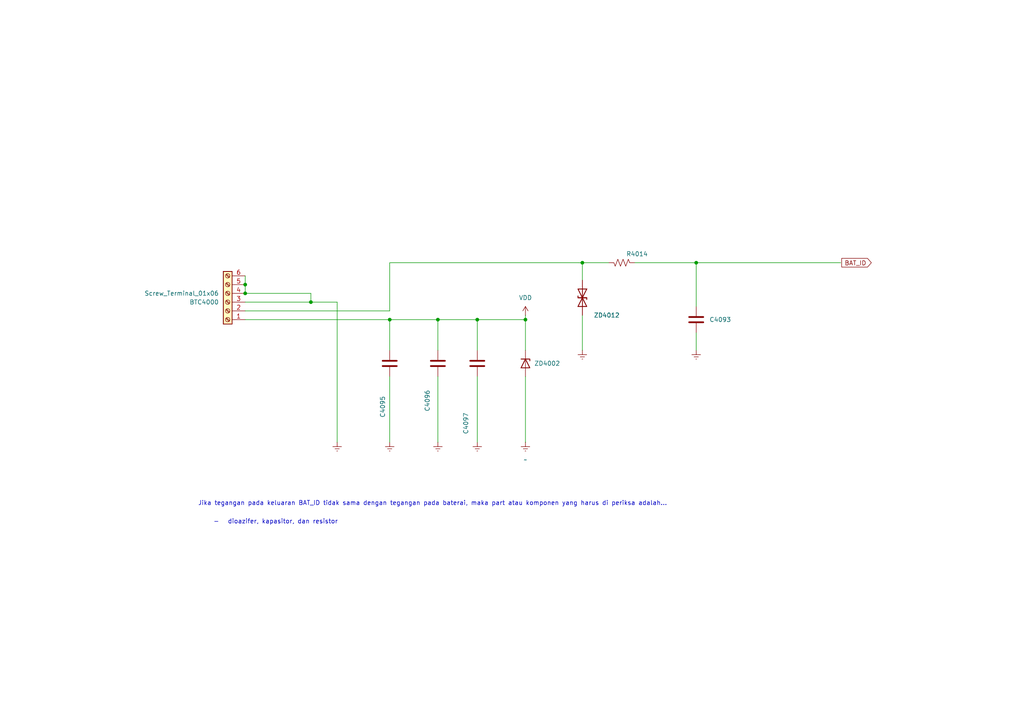
<source format=kicad_sch>
(kicad_sch
	(version 20250114)
	(generator "eeschema")
	(generator_version "9.0")
	(uuid "127788ab-d845-4ef0-b82c-31025dadc1a2")
	(paper "A4")
	(lib_symbols
		(symbol "Connector:Screw_Terminal_01x06"
			(pin_names
				(offset 1.016)
				(hide yes)
			)
			(exclude_from_sim no)
			(in_bom yes)
			(on_board yes)
			(property "Reference" "J"
				(at 0 7.62 0)
				(effects
					(font
						(size 1.27 1.27)
					)
				)
			)
			(property "Value" "Screw_Terminal_01x06"
				(at 0 -10.16 0)
				(effects
					(font
						(size 1.27 1.27)
					)
				)
			)
			(property "Footprint" ""
				(at 0 0 0)
				(effects
					(font
						(size 1.27 1.27)
					)
					(hide yes)
				)
			)
			(property "Datasheet" "~"
				(at 0 0 0)
				(effects
					(font
						(size 1.27 1.27)
					)
					(hide yes)
				)
			)
			(property "Description" "Generic screw terminal, single row, 01x06, script generated (kicad-library-utils/schlib/autogen/connector/)"
				(at 0 0 0)
				(effects
					(font
						(size 1.27 1.27)
					)
					(hide yes)
				)
			)
			(property "ki_keywords" "screw terminal"
				(at 0 0 0)
				(effects
					(font
						(size 1.27 1.27)
					)
					(hide yes)
				)
			)
			(property "ki_fp_filters" "TerminalBlock*:*"
				(at 0 0 0)
				(effects
					(font
						(size 1.27 1.27)
					)
					(hide yes)
				)
			)
			(symbol "Screw_Terminal_01x06_1_1"
				(rectangle
					(start -1.27 6.35)
					(end 1.27 -8.89)
					(stroke
						(width 0.254)
						(type default)
					)
					(fill
						(type background)
					)
				)
				(polyline
					(pts
						(xy -0.5334 5.4102) (xy 0.3302 4.572)
					)
					(stroke
						(width 0.1524)
						(type default)
					)
					(fill
						(type none)
					)
				)
				(polyline
					(pts
						(xy -0.5334 2.8702) (xy 0.3302 2.032)
					)
					(stroke
						(width 0.1524)
						(type default)
					)
					(fill
						(type none)
					)
				)
				(polyline
					(pts
						(xy -0.5334 0.3302) (xy 0.3302 -0.508)
					)
					(stroke
						(width 0.1524)
						(type default)
					)
					(fill
						(type none)
					)
				)
				(polyline
					(pts
						(xy -0.5334 -2.2098) (xy 0.3302 -3.048)
					)
					(stroke
						(width 0.1524)
						(type default)
					)
					(fill
						(type none)
					)
				)
				(polyline
					(pts
						(xy -0.5334 -4.7498) (xy 0.3302 -5.588)
					)
					(stroke
						(width 0.1524)
						(type default)
					)
					(fill
						(type none)
					)
				)
				(polyline
					(pts
						(xy -0.5334 -7.2898) (xy 0.3302 -8.128)
					)
					(stroke
						(width 0.1524)
						(type default)
					)
					(fill
						(type none)
					)
				)
				(polyline
					(pts
						(xy -0.3556 5.588) (xy 0.508 4.7498)
					)
					(stroke
						(width 0.1524)
						(type default)
					)
					(fill
						(type none)
					)
				)
				(polyline
					(pts
						(xy -0.3556 3.048) (xy 0.508 2.2098)
					)
					(stroke
						(width 0.1524)
						(type default)
					)
					(fill
						(type none)
					)
				)
				(polyline
					(pts
						(xy -0.3556 0.508) (xy 0.508 -0.3302)
					)
					(stroke
						(width 0.1524)
						(type default)
					)
					(fill
						(type none)
					)
				)
				(polyline
					(pts
						(xy -0.3556 -2.032) (xy 0.508 -2.8702)
					)
					(stroke
						(width 0.1524)
						(type default)
					)
					(fill
						(type none)
					)
				)
				(polyline
					(pts
						(xy -0.3556 -4.572) (xy 0.508 -5.4102)
					)
					(stroke
						(width 0.1524)
						(type default)
					)
					(fill
						(type none)
					)
				)
				(polyline
					(pts
						(xy -0.3556 -7.112) (xy 0.508 -7.9502)
					)
					(stroke
						(width 0.1524)
						(type default)
					)
					(fill
						(type none)
					)
				)
				(circle
					(center 0 5.08)
					(radius 0.635)
					(stroke
						(width 0.1524)
						(type default)
					)
					(fill
						(type none)
					)
				)
				(circle
					(center 0 2.54)
					(radius 0.635)
					(stroke
						(width 0.1524)
						(type default)
					)
					(fill
						(type none)
					)
				)
				(circle
					(center 0 0)
					(radius 0.635)
					(stroke
						(width 0.1524)
						(type default)
					)
					(fill
						(type none)
					)
				)
				(circle
					(center 0 -2.54)
					(radius 0.635)
					(stroke
						(width 0.1524)
						(type default)
					)
					(fill
						(type none)
					)
				)
				(circle
					(center 0 -5.08)
					(radius 0.635)
					(stroke
						(width 0.1524)
						(type default)
					)
					(fill
						(type none)
					)
				)
				(circle
					(center 0 -7.62)
					(radius 0.635)
					(stroke
						(width 0.1524)
						(type default)
					)
					(fill
						(type none)
					)
				)
				(pin passive line
					(at -5.08 5.08 0)
					(length 3.81)
					(name "Pin_1"
						(effects
							(font
								(size 1.27 1.27)
							)
						)
					)
					(number "1"
						(effects
							(font
								(size 1.27 1.27)
							)
						)
					)
				)
				(pin passive line
					(at -5.08 2.54 0)
					(length 3.81)
					(name "Pin_2"
						(effects
							(font
								(size 1.27 1.27)
							)
						)
					)
					(number "2"
						(effects
							(font
								(size 1.27 1.27)
							)
						)
					)
				)
				(pin passive line
					(at -5.08 0 0)
					(length 3.81)
					(name "Pin_3"
						(effects
							(font
								(size 1.27 1.27)
							)
						)
					)
					(number "3"
						(effects
							(font
								(size 1.27 1.27)
							)
						)
					)
				)
				(pin passive line
					(at -5.08 -2.54 0)
					(length 3.81)
					(name "Pin_4"
						(effects
							(font
								(size 1.27 1.27)
							)
						)
					)
					(number "4"
						(effects
							(font
								(size 1.27 1.27)
							)
						)
					)
				)
				(pin passive line
					(at -5.08 -5.08 0)
					(length 3.81)
					(name "Pin_5"
						(effects
							(font
								(size 1.27 1.27)
							)
						)
					)
					(number "5"
						(effects
							(font
								(size 1.27 1.27)
							)
						)
					)
				)
				(pin passive line
					(at -5.08 -7.62 0)
					(length 3.81)
					(name "Pin_6"
						(effects
							(font
								(size 1.27 1.27)
							)
						)
					)
					(number "6"
						(effects
							(font
								(size 1.27 1.27)
							)
						)
					)
				)
			)
			(embedded_fonts no)
		)
		(symbol "Device:C"
			(pin_numbers
				(hide yes)
			)
			(pin_names
				(offset 0.254)
			)
			(exclude_from_sim no)
			(in_bom yes)
			(on_board yes)
			(property "Reference" "C"
				(at 0.635 2.54 0)
				(effects
					(font
						(size 1.27 1.27)
					)
					(justify left)
				)
			)
			(property "Value" "C"
				(at 0.635 -2.54 0)
				(effects
					(font
						(size 1.27 1.27)
					)
					(justify left)
				)
			)
			(property "Footprint" ""
				(at 0.9652 -3.81 0)
				(effects
					(font
						(size 1.27 1.27)
					)
					(hide yes)
				)
			)
			(property "Datasheet" "~"
				(at 0 0 0)
				(effects
					(font
						(size 1.27 1.27)
					)
					(hide yes)
				)
			)
			(property "Description" "Unpolarized capacitor"
				(at 0 0 0)
				(effects
					(font
						(size 1.27 1.27)
					)
					(hide yes)
				)
			)
			(property "ki_keywords" "cap capacitor"
				(at 0 0 0)
				(effects
					(font
						(size 1.27 1.27)
					)
					(hide yes)
				)
			)
			(property "ki_fp_filters" "C_*"
				(at 0 0 0)
				(effects
					(font
						(size 1.27 1.27)
					)
					(hide yes)
				)
			)
			(symbol "C_0_1"
				(polyline
					(pts
						(xy -2.032 0.762) (xy 2.032 0.762)
					)
					(stroke
						(width 0.508)
						(type default)
					)
					(fill
						(type none)
					)
				)
				(polyline
					(pts
						(xy -2.032 -0.762) (xy 2.032 -0.762)
					)
					(stroke
						(width 0.508)
						(type default)
					)
					(fill
						(type none)
					)
				)
			)
			(symbol "C_1_1"
				(pin passive line
					(at 0 3.81 270)
					(length 2.794)
					(name "~"
						(effects
							(font
								(size 1.27 1.27)
							)
						)
					)
					(number "1"
						(effects
							(font
								(size 1.27 1.27)
							)
						)
					)
				)
				(pin passive line
					(at 0 -3.81 90)
					(length 2.794)
					(name "~"
						(effects
							(font
								(size 1.27 1.27)
							)
						)
					)
					(number "2"
						(effects
							(font
								(size 1.27 1.27)
							)
						)
					)
				)
			)
			(embedded_fonts no)
		)
		(symbol "Device:R_US"
			(pin_numbers
				(hide yes)
			)
			(pin_names
				(offset 0)
			)
			(exclude_from_sim no)
			(in_bom yes)
			(on_board yes)
			(property "Reference" "R"
				(at 2.54 0 90)
				(effects
					(font
						(size 1.27 1.27)
					)
				)
			)
			(property "Value" "R_US"
				(at -2.54 0 90)
				(effects
					(font
						(size 1.27 1.27)
					)
				)
			)
			(property "Footprint" ""
				(at 1.016 -0.254 90)
				(effects
					(font
						(size 1.27 1.27)
					)
					(hide yes)
				)
			)
			(property "Datasheet" "~"
				(at 0 0 0)
				(effects
					(font
						(size 1.27 1.27)
					)
					(hide yes)
				)
			)
			(property "Description" "Resistor, US symbol"
				(at 0 0 0)
				(effects
					(font
						(size 1.27 1.27)
					)
					(hide yes)
				)
			)
			(property "ki_keywords" "R res resistor"
				(at 0 0 0)
				(effects
					(font
						(size 1.27 1.27)
					)
					(hide yes)
				)
			)
			(property "ki_fp_filters" "R_*"
				(at 0 0 0)
				(effects
					(font
						(size 1.27 1.27)
					)
					(hide yes)
				)
			)
			(symbol "R_US_0_1"
				(polyline
					(pts
						(xy 0 2.286) (xy 0 2.54)
					)
					(stroke
						(width 0)
						(type default)
					)
					(fill
						(type none)
					)
				)
				(polyline
					(pts
						(xy 0 2.286) (xy 1.016 1.905) (xy 0 1.524) (xy -1.016 1.143) (xy 0 0.762)
					)
					(stroke
						(width 0)
						(type default)
					)
					(fill
						(type none)
					)
				)
				(polyline
					(pts
						(xy 0 0.762) (xy 1.016 0.381) (xy 0 0) (xy -1.016 -0.381) (xy 0 -0.762)
					)
					(stroke
						(width 0)
						(type default)
					)
					(fill
						(type none)
					)
				)
				(polyline
					(pts
						(xy 0 -0.762) (xy 1.016 -1.143) (xy 0 -1.524) (xy -1.016 -1.905) (xy 0 -2.286)
					)
					(stroke
						(width 0)
						(type default)
					)
					(fill
						(type none)
					)
				)
				(polyline
					(pts
						(xy 0 -2.286) (xy 0 -2.54)
					)
					(stroke
						(width 0)
						(type default)
					)
					(fill
						(type none)
					)
				)
			)
			(symbol "R_US_1_1"
				(pin passive line
					(at 0 3.81 270)
					(length 1.27)
					(name "~"
						(effects
							(font
								(size 1.27 1.27)
							)
						)
					)
					(number "1"
						(effects
							(font
								(size 1.27 1.27)
							)
						)
					)
				)
				(pin passive line
					(at 0 -3.81 90)
					(length 1.27)
					(name "~"
						(effects
							(font
								(size 1.27 1.27)
							)
						)
					)
					(number "2"
						(effects
							(font
								(size 1.27 1.27)
							)
						)
					)
				)
			)
			(embedded_fonts no)
		)
		(symbol "Diode:BZD27Cxx"
			(pin_numbers
				(hide yes)
			)
			(pin_names
				(hide yes)
			)
			(exclude_from_sim no)
			(in_bom yes)
			(on_board yes)
			(property "Reference" "D"
				(at 0 2.54 0)
				(effects
					(font
						(size 1.27 1.27)
					)
				)
			)
			(property "Value" "BZD27Cxx"
				(at 0 -2.54 0)
				(effects
					(font
						(size 1.27 1.27)
					)
				)
			)
			(property "Footprint" "Diode_SMD:D_SMF"
				(at 0 -4.445 0)
				(effects
					(font
						(size 1.27 1.27)
					)
					(hide yes)
				)
			)
			(property "Datasheet" "https://www.vishay.com/docs/85153/bzd27series.pdf"
				(at 0 0 0)
				(effects
					(font
						(size 1.27 1.27)
					)
					(hide yes)
				)
			)
			(property "Description" "800mW Zener Diode, 3.6-200V, SMF"
				(at 0 0 0)
				(effects
					(font
						(size 1.27 1.27)
					)
					(hide yes)
				)
			)
			(property "ki_keywords" "zener diode"
				(at 0 0 0)
				(effects
					(font
						(size 1.27 1.27)
					)
					(hide yes)
				)
			)
			(property "ki_fp_filters" "D*SMF*"
				(at 0 0 0)
				(effects
					(font
						(size 1.27 1.27)
					)
					(hide yes)
				)
			)
			(symbol "BZD27Cxx_0_1"
				(polyline
					(pts
						(xy -1.27 -1.27) (xy -1.27 1.27) (xy -0.762 1.27)
					)
					(stroke
						(width 0.254)
						(type default)
					)
					(fill
						(type none)
					)
				)
				(polyline
					(pts
						(xy 1.27 0) (xy -1.27 0)
					)
					(stroke
						(width 0)
						(type default)
					)
					(fill
						(type none)
					)
				)
				(polyline
					(pts
						(xy 1.27 -1.27) (xy 1.27 1.27) (xy -1.27 0) (xy 1.27 -1.27)
					)
					(stroke
						(width 0.254)
						(type default)
					)
					(fill
						(type none)
					)
				)
			)
			(symbol "BZD27Cxx_1_1"
				(pin passive line
					(at -3.81 0 0)
					(length 2.54)
					(name "K"
						(effects
							(font
								(size 1.27 1.27)
							)
						)
					)
					(number "1"
						(effects
							(font
								(size 1.27 1.27)
							)
						)
					)
				)
				(pin passive line
					(at 3.81 0 180)
					(length 2.54)
					(name "A"
						(effects
							(font
								(size 1.27 1.27)
							)
						)
					)
					(number "2"
						(effects
							(font
								(size 1.27 1.27)
							)
						)
					)
				)
			)
			(embedded_fonts no)
		)
		(symbol "power:Earth"
			(power)
			(pin_numbers
				(hide yes)
			)
			(pin_names
				(offset 0)
				(hide yes)
			)
			(exclude_from_sim no)
			(in_bom yes)
			(on_board yes)
			(property "Reference" "#PWR"
				(at 0 -6.35 0)
				(effects
					(font
						(size 1.27 1.27)
					)
					(hide yes)
				)
			)
			(property "Value" "Earth"
				(at 0 -3.81 0)
				(effects
					(font
						(size 1.27 1.27)
					)
				)
			)
			(property "Footprint" ""
				(at 0 0 0)
				(effects
					(font
						(size 1.27 1.27)
					)
					(hide yes)
				)
			)
			(property "Datasheet" "~"
				(at 0 0 0)
				(effects
					(font
						(size 1.27 1.27)
					)
					(hide yes)
				)
			)
			(property "Description" "Power symbol creates a global label with name \"Earth\""
				(at 0 0 0)
				(effects
					(font
						(size 1.27 1.27)
					)
					(hide yes)
				)
			)
			(property "ki_keywords" "global ground gnd"
				(at 0 0 0)
				(effects
					(font
						(size 1.27 1.27)
					)
					(hide yes)
				)
			)
			(symbol "Earth_0_1"
				(polyline
					(pts
						(xy -0.635 -1.905) (xy 0.635 -1.905)
					)
					(stroke
						(width 0)
						(type default)
					)
					(fill
						(type none)
					)
				)
				(polyline
					(pts
						(xy -0.127 -2.54) (xy 0.127 -2.54)
					)
					(stroke
						(width 0)
						(type default)
					)
					(fill
						(type none)
					)
				)
				(polyline
					(pts
						(xy 0 -1.27) (xy 0 0)
					)
					(stroke
						(width 0)
						(type default)
					)
					(fill
						(type none)
					)
				)
				(polyline
					(pts
						(xy 1.27 -1.27) (xy -1.27 -1.27)
					)
					(stroke
						(width 0)
						(type default)
					)
					(fill
						(type none)
					)
				)
			)
			(symbol "Earth_1_1"
				(pin power_in line
					(at 0 0 270)
					(length 0)
					(name "~"
						(effects
							(font
								(size 1.27 1.27)
							)
						)
					)
					(number "1"
						(effects
							(font
								(size 1.27 1.27)
							)
						)
					)
				)
			)
			(embedded_fonts no)
		)
		(symbol "power:VDD"
			(power)
			(pin_numbers
				(hide yes)
			)
			(pin_names
				(offset 0)
				(hide yes)
			)
			(exclude_from_sim no)
			(in_bom yes)
			(on_board yes)
			(property "Reference" "#PWR"
				(at 0 -3.81 0)
				(effects
					(font
						(size 1.27 1.27)
					)
					(hide yes)
				)
			)
			(property "Value" "VDD"
				(at 0 3.556 0)
				(effects
					(font
						(size 1.27 1.27)
					)
				)
			)
			(property "Footprint" ""
				(at 0 0 0)
				(effects
					(font
						(size 1.27 1.27)
					)
					(hide yes)
				)
			)
			(property "Datasheet" ""
				(at 0 0 0)
				(effects
					(font
						(size 1.27 1.27)
					)
					(hide yes)
				)
			)
			(property "Description" "Power symbol creates a global label with name \"VDD\""
				(at 0 0 0)
				(effects
					(font
						(size 1.27 1.27)
					)
					(hide yes)
				)
			)
			(property "ki_keywords" "global power"
				(at 0 0 0)
				(effects
					(font
						(size 1.27 1.27)
					)
					(hide yes)
				)
			)
			(symbol "VDD_0_1"
				(polyline
					(pts
						(xy -0.762 1.27) (xy 0 2.54)
					)
					(stroke
						(width 0)
						(type default)
					)
					(fill
						(type none)
					)
				)
				(polyline
					(pts
						(xy 0 2.54) (xy 0.762 1.27)
					)
					(stroke
						(width 0)
						(type default)
					)
					(fill
						(type none)
					)
				)
				(polyline
					(pts
						(xy 0 0) (xy 0 2.54)
					)
					(stroke
						(width 0)
						(type default)
					)
					(fill
						(type none)
					)
				)
			)
			(symbol "VDD_1_1"
				(pin power_in line
					(at 0 0 90)
					(length 0)
					(name "~"
						(effects
							(font
								(size 1.27 1.27)
							)
						)
					)
					(number "1"
						(effects
							(font
								(size 1.27 1.27)
							)
						)
					)
				)
			)
			(embedded_fonts no)
		)
	)
	(text "-"
		(exclude_from_sim no)
		(at 62.738 151.384 0)
		(effects
			(font
				(size 1.27 1.27)
			)
		)
		(uuid "0c371c5a-95cc-479a-8aca-278d152b0e4a")
	)
	(text "dioazifer, kapasitor, dan resistor"
		(exclude_from_sim no)
		(at 82.042 151.384 0)
		(effects
			(font
				(size 1.27 1.27)
			)
		)
		(uuid "24ee488f-8265-4c8d-a8b4-e2ef754299d2")
	)
	(text "Jika tegangan pada keluaran BAT_ID tidak sama dengan tegangan pada baterai, maka part atau komponen yang harus di periksa adalah..."
		(exclude_from_sim no)
		(at 125.476 146.05 0)
		(effects
			(font
				(size 1.27 1.27)
			)
		)
		(uuid "cd3b0d63-fa7e-4942-9d51-645a70184dbe")
	)
	(junction
		(at 71.12 85.09)
		(diameter 0)
		(color 0 0 0 0)
		(uuid "02975ac6-e543-4445-941d-0d1ff9349755")
	)
	(junction
		(at 201.93 76.2)
		(diameter 0)
		(color 0 0 0 0)
		(uuid "09535eaf-abcc-410f-ba70-c99f9419a491")
	)
	(junction
		(at 152.4 92.71)
		(diameter 0)
		(color 0 0 0 0)
		(uuid "286fceed-1b8e-463c-a983-e56aca28c92b")
	)
	(junction
		(at 71.12 82.55)
		(diameter 0)
		(color 0 0 0 0)
		(uuid "2ef7206b-17d9-41d7-9d14-cea9091b3598")
	)
	(junction
		(at 168.91 76.2)
		(diameter 0)
		(color 0 0 0 0)
		(uuid "5d9ecc6c-dfde-4ac2-b8c2-69690dc6c51f")
	)
	(junction
		(at 138.43 92.71)
		(diameter 0)
		(color 0 0 0 0)
		(uuid "7c303f68-568e-4e62-9da3-34432c395c87")
	)
	(junction
		(at 90.17 87.63)
		(diameter 0)
		(color 0 0 0 0)
		(uuid "824d845c-e4d9-4233-9ec3-1bee31cf0bb6")
	)
	(junction
		(at 127 92.71)
		(diameter 0)
		(color 0 0 0 0)
		(uuid "9742381b-1a71-4b02-a8c9-7794a5884789")
	)
	(junction
		(at 113.03 92.71)
		(diameter 0)
		(color 0 0 0 0)
		(uuid "c4839593-770b-46ca-869b-ac1c834f3a12")
	)
	(wire
		(pts
			(xy 201.93 96.52) (xy 201.93 101.6)
		)
		(stroke
			(width 0)
			(type default)
		)
		(uuid "046203f7-eb8d-44c0-a6dc-dff57ee5a49e")
	)
	(wire
		(pts
			(xy 113.03 76.2) (xy 113.03 90.17)
		)
		(stroke
			(width 0)
			(type default)
		)
		(uuid "04c74173-ade5-45d5-9ffd-f4e1c9982604")
	)
	(wire
		(pts
			(xy 168.91 76.2) (xy 113.03 76.2)
		)
		(stroke
			(width 0)
			(type default)
		)
		(uuid "04dbe357-cc64-46d7-adf2-b674f144ada4")
	)
	(wire
		(pts
			(xy 152.4 92.71) (xy 152.4 91.44)
		)
		(stroke
			(width 0)
			(type default)
		)
		(uuid "07578ff3-b923-42f8-9715-64a07b9e0d8a")
	)
	(wire
		(pts
			(xy 168.91 76.2) (xy 168.91 81.28)
		)
		(stroke
			(width 0)
			(type default)
		)
		(uuid "34632bad-a468-4452-8a2c-1727178b86ea")
	)
	(wire
		(pts
			(xy 71.12 90.17) (xy 113.03 90.17)
		)
		(stroke
			(width 0)
			(type default)
		)
		(uuid "3d126f44-b1c0-4538-a5b4-2b8354700f64")
	)
	(wire
		(pts
			(xy 71.12 80.01) (xy 71.12 82.55)
		)
		(stroke
			(width 0)
			(type default)
		)
		(uuid "50de927a-e27c-4ef8-9f56-75cfd84b7ad9")
	)
	(wire
		(pts
			(xy 152.4 109.22) (xy 152.4 128.27)
		)
		(stroke
			(width 0)
			(type default)
		)
		(uuid "63be6a05-847b-484b-ba78-bca7ed8785a8")
	)
	(wire
		(pts
			(xy 127 101.6) (xy 127 92.71)
		)
		(stroke
			(width 0)
			(type default)
		)
		(uuid "66558b28-b3c7-4c91-b4ba-2009b24ebc03")
	)
	(wire
		(pts
			(xy 113.03 92.71) (xy 127 92.71)
		)
		(stroke
			(width 0)
			(type default)
		)
		(uuid "7402e393-5497-43cd-83e9-03e5d34341a2")
	)
	(wire
		(pts
			(xy 184.15 76.2) (xy 201.93 76.2)
		)
		(stroke
			(width 0)
			(type default)
		)
		(uuid "76a6c4d5-d2a9-4f12-a1ca-c32ede00c265")
	)
	(wire
		(pts
			(xy 127 92.71) (xy 138.43 92.71)
		)
		(stroke
			(width 0)
			(type default)
		)
		(uuid "7d4f06f7-ed15-4837-853f-d72b0e7e5ea0")
	)
	(wire
		(pts
			(xy 201.93 76.2) (xy 243.84 76.2)
		)
		(stroke
			(width 0)
			(type default)
		)
		(uuid "80851d9e-f818-4a20-8b68-6ec908cc99ca")
	)
	(wire
		(pts
			(xy 201.93 76.2) (xy 201.93 88.9)
		)
		(stroke
			(width 0)
			(type default)
		)
		(uuid "8921ce4a-6dfa-47c3-9c0a-69666534d39c")
	)
	(wire
		(pts
			(xy 138.43 92.71) (xy 152.4 92.71)
		)
		(stroke
			(width 0)
			(type default)
		)
		(uuid "89f007f5-b156-4837-ab17-1ed84458d123")
	)
	(wire
		(pts
			(xy 152.4 92.71) (xy 152.4 101.6)
		)
		(stroke
			(width 0)
			(type default)
		)
		(uuid "a0ab7eb4-028c-4c8b-b896-6b71b330e140")
	)
	(wire
		(pts
			(xy 97.79 87.63) (xy 97.79 128.27)
		)
		(stroke
			(width 0)
			(type default)
		)
		(uuid "a3f88444-5f00-4311-acea-0c3c12783673")
	)
	(wire
		(pts
			(xy 176.53 76.2) (xy 168.91 76.2)
		)
		(stroke
			(width 0)
			(type default)
		)
		(uuid "a53e65f9-696f-426c-9ac8-e2b5e9900dc8")
	)
	(wire
		(pts
			(xy 71.12 87.63) (xy 90.17 87.63)
		)
		(stroke
			(width 0)
			(type default)
		)
		(uuid "b8567dfa-b818-4bcc-8e7a-10c6ff82763b")
	)
	(wire
		(pts
			(xy 71.12 85.09) (xy 90.17 85.09)
		)
		(stroke
			(width 0)
			(type default)
		)
		(uuid "c13e09b0-8835-484c-b290-1c4754ba3cb0")
	)
	(wire
		(pts
			(xy 138.43 92.71) (xy 138.43 101.6)
		)
		(stroke
			(width 0)
			(type default)
		)
		(uuid "c4846fcf-60b7-4ea4-a7ba-d2140d281784")
	)
	(wire
		(pts
			(xy 90.17 85.09) (xy 90.17 87.63)
		)
		(stroke
			(width 0)
			(type default)
		)
		(uuid "cf3e05de-292a-433f-9a6f-74b9f338fc70")
	)
	(wire
		(pts
			(xy 71.12 92.71) (xy 113.03 92.71)
		)
		(stroke
			(width 0)
			(type default)
		)
		(uuid "d4abce39-920b-4d32-a803-f6889bc4a804")
	)
	(wire
		(pts
			(xy 113.03 101.6) (xy 113.03 92.71)
		)
		(stroke
			(width 0)
			(type default)
		)
		(uuid "d85dc499-470f-45c8-8235-ed1438f9fbb1")
	)
	(wire
		(pts
			(xy 71.12 82.55) (xy 71.12 85.09)
		)
		(stroke
			(width 0)
			(type default)
		)
		(uuid "d9c30220-94c5-4296-bae4-50819d0f8ad4")
	)
	(wire
		(pts
			(xy 127 109.22) (xy 127 128.27)
		)
		(stroke
			(width 0)
			(type default)
		)
		(uuid "dabbc1ce-833e-4d58-9585-df093c4f1b76")
	)
	(wire
		(pts
			(xy 113.03 109.22) (xy 113.03 128.27)
		)
		(stroke
			(width 0)
			(type default)
		)
		(uuid "e3a6f4c6-248c-494f-9215-907c385ef694")
	)
	(wire
		(pts
			(xy 168.91 91.44) (xy 168.91 101.6)
		)
		(stroke
			(width 0)
			(type default)
		)
		(uuid "ebb6463c-3090-47bf-b728-cc166fdaef85")
	)
	(wire
		(pts
			(xy 90.17 87.63) (xy 97.79 87.63)
		)
		(stroke
			(width 0)
			(type default)
		)
		(uuid "ec416acf-a7ea-4cd3-8f5e-e0498eab08b6")
	)
	(wire
		(pts
			(xy 138.43 109.22) (xy 138.43 128.27)
		)
		(stroke
			(width 0)
			(type default)
		)
		(uuid "f0dbe42b-9641-4f3c-a77f-69058e1ab511")
	)
	(global_label "BAT_ID"
		(shape input)
		(at 252.73 76.2 180)
		(fields_autoplaced yes)
		(effects
			(font
				(size 1.27 1.27)
			)
			(justify right)
		)
		(uuid "5e20070d-73b3-4f48-91cc-1d19f29bdc8e")
		(property "Intersheetrefs" "${INTERSHEET_REFS}"
			(at 243.5762 76.2 0)
			(effects
				(font
					(size 1.27 1.27)
				)
				(justify right)
				(hide yes)
			)
		)
	)
	(symbol
		(lib_id "Device:C")
		(at 138.43 105.41 0)
		(mirror x)
		(unit 1)
		(exclude_from_sim no)
		(in_bom yes)
		(on_board yes)
		(dnp no)
		(uuid "05b4047a-1c7f-4fb4-90bc-ef6a683da98e")
		(property "Reference" "C4097"
			(at 135.128 119.634 90)
			(effects
				(font
					(size 1.27 1.27)
				)
				(justify left)
			)
		)
		(property "Value" "C"
			(at 142.24 104.1401 0)
			(effects
				(font
					(size 1.27 1.27)
				)
				(justify left)
				(hide yes)
			)
		)
		(property "Footprint" ""
			(at 139.3952 101.6 0)
			(effects
				(font
					(size 1.27 1.27)
				)
				(hide yes)
			)
		)
		(property "Datasheet" "~"
			(at 138.43 105.41 0)
			(effects
				(font
					(size 1.27 1.27)
				)
				(hide yes)
			)
		)
		(property "Description" "Unpolarized capacitor"
			(at 138.43 105.41 0)
			(effects
				(font
					(size 1.27 1.27)
				)
				(hide yes)
			)
		)
		(pin "1"
			(uuid "17164e0c-d14a-4a8e-8868-5cdf9e697b15")
		)
		(pin "2"
			(uuid "3bf21c2c-faf0-41ea-aab5-88ef60ce07ea")
		)
		(instances
			(project ""
				(path "/127788ab-d845-4ef0-b82c-31025dadc1a2"
					(reference "C4097")
					(unit 1)
				)
			)
		)
	)
	(symbol
		(lib_id "power:Earth")
		(at 97.79 128.27 0)
		(unit 1)
		(exclude_from_sim no)
		(in_bom yes)
		(on_board yes)
		(dnp no)
		(fields_autoplaced yes)
		(uuid "0e04a96f-280e-40fc-a7ef-985012bad9c1")
		(property "Reference" "#PWR01"
			(at 97.79 134.62 0)
			(effects
				(font
					(size 1.27 1.27)
				)
				(hide yes)
			)
		)
		(property "Value" "~"
			(at 97.79 133.35 0)
			(effects
				(font
					(size 1.27 1.27)
				)
				(hide yes)
			)
		)
		(property "Footprint" ""
			(at 97.79 128.27 0)
			(effects
				(font
					(size 1.27 1.27)
				)
				(hide yes)
			)
		)
		(property "Datasheet" "~"
			(at 97.79 128.27 0)
			(effects
				(font
					(size 1.27 1.27)
				)
				(hide yes)
			)
		)
		(property "Description" "Power symbol creates a global label with name \"Earth\""
			(at 97.79 128.27 0)
			(effects
				(font
					(size 1.27 1.27)
				)
				(hide yes)
			)
		)
		(pin "1"
			(uuid "a5a4eb48-fa98-4ea9-a2ef-b409ef0123c3")
		)
		(instances
			(project ""
				(path "/127788ab-d845-4ef0-b82c-31025dadc1a2"
					(reference "#PWR01")
					(unit 1)
				)
			)
		)
	)
	(symbol
		(lib_id "power:Earth")
		(at 201.93 101.6 0)
		(unit 1)
		(exclude_from_sim no)
		(in_bom yes)
		(on_board yes)
		(dnp no)
		(fields_autoplaced yes)
		(uuid "2f0117b2-80b7-42e3-a551-662363c49853")
		(property "Reference" "#PWR08"
			(at 201.93 107.95 0)
			(effects
				(font
					(size 1.27 1.27)
				)
				(hide yes)
			)
		)
		(property "Value" "~"
			(at 201.93 106.68 0)
			(effects
				(font
					(size 1.27 1.27)
				)
				(hide yes)
			)
		)
		(property "Footprint" ""
			(at 201.93 101.6 0)
			(effects
				(font
					(size 1.27 1.27)
				)
				(hide yes)
			)
		)
		(property "Datasheet" "~"
			(at 201.93 101.6 0)
			(effects
				(font
					(size 1.27 1.27)
				)
				(hide yes)
			)
		)
		(property "Description" "Power symbol creates a global label with name \"Earth\""
			(at 201.93 101.6 0)
			(effects
				(font
					(size 1.27 1.27)
				)
				(hide yes)
			)
		)
		(pin "1"
			(uuid "e2d9d431-eeef-484e-a8ed-0d742936b82f")
		)
		(instances
			(project ""
				(path "/127788ab-d845-4ef0-b82c-31025dadc1a2"
					(reference "#PWR08")
					(unit 1)
				)
			)
		)
	)
	(symbol
		(lib_id "Diode:BZD27Cxx")
		(at 168.91 85.09 90)
		(unit 1)
		(exclude_from_sim no)
		(in_bom yes)
		(on_board yes)
		(dnp no)
		(uuid "547fa847-63ad-48b3-a2f0-f6ea1d818e79")
		(property "Reference" "D2"
			(at 172.72 80.264 90)
			(effects
				(font
					(size 1.27 1.27)
				)
				(justify right)
				(hide yes)
			)
		)
		(property "Value" "BZD27Cxx"
			(at 172.72 82.55 90)
			(effects
				(font
					(size 1.27 1.27)
				)
				(justify right)
				(hide yes)
			)
		)
		(property "Footprint" "Diode_SMD:D_SMF"
			(at 173.355 85.09 0)
			(effects
				(font
					(size 1.27 1.27)
				)
				(hide yes)
			)
		)
		(property "Datasheet" "https://www.vishay.com/docs/85153/bzd27series.pdf"
			(at 168.91 85.09 0)
			(effects
				(font
					(size 1.27 1.27)
				)
				(hide yes)
			)
		)
		(property "Description" "800mW Zener Diode, 3.6-200V, SMF"
			(at 168.91 85.09 0)
			(effects
				(font
					(size 1.27 1.27)
				)
				(hide yes)
			)
		)
		(pin "2"
			(uuid "f6b60c0f-b2ee-47f8-bb4b-018b00e23897")
		)
		(pin "1"
			(uuid "d6930af3-faa8-4679-bdb9-eafb5eaadd1f")
		)
		(instances
			(project ""
				(path "/127788ab-d845-4ef0-b82c-31025dadc1a2"
					(reference "D2")
					(unit 1)
				)
			)
		)
	)
	(symbol
		(lib_id "Diode:BZD27Cxx")
		(at 168.91 87.63 270)
		(unit 1)
		(exclude_from_sim no)
		(in_bom yes)
		(on_board yes)
		(dnp no)
		(uuid "5ef1d365-3904-4f14-bb9d-f18f7cb0c973")
		(property "Reference" "D3"
			(at 172.212 89.154 90)
			(effects
				(font
					(size 1.27 1.27)
				)
				(justify left)
				(hide yes)
			)
		)
		(property "Value" "ZD4012"
			(at 172.212 91.44 90)
			(effects
				(font
					(size 1.27 1.27)
				)
				(justify left)
			)
		)
		(property "Footprint" "Diode_SMD:D_SMF"
			(at 164.465 87.63 0)
			(effects
				(font
					(size 1.27 1.27)
				)
				(hide yes)
			)
		)
		(property "Datasheet" "https://www.vishay.com/docs/85153/bzd27series.pdf"
			(at 168.91 87.63 0)
			(effects
				(font
					(size 1.27 1.27)
				)
				(hide yes)
			)
		)
		(property "Description" "800mW Zener Diode, 3.6-200V, SMF"
			(at 168.91 87.63 0)
			(effects
				(font
					(size 1.27 1.27)
				)
				(hide yes)
			)
		)
		(pin "2"
			(uuid "cd29b4e1-238c-4b60-9c95-20cb630bbb68")
		)
		(pin "1"
			(uuid "8d2bd7c1-0c4d-4103-9a65-0235cf25467a")
		)
		(instances
			(project ""
				(path "/127788ab-d845-4ef0-b82c-31025dadc1a2"
					(reference "D3")
					(unit 1)
				)
			)
		)
	)
	(symbol
		(lib_id "power:Earth")
		(at 127 128.27 0)
		(unit 1)
		(exclude_from_sim no)
		(in_bom yes)
		(on_board yes)
		(dnp no)
		(fields_autoplaced yes)
		(uuid "84831da8-c54b-4ef6-b82b-8b8e684800ef")
		(property "Reference" "#PWR04"
			(at 127 134.62 0)
			(effects
				(font
					(size 1.27 1.27)
				)
				(hide yes)
			)
		)
		(property "Value" "~"
			(at 127 133.35 0)
			(effects
				(font
					(size 1.27 1.27)
				)
				(hide yes)
			)
		)
		(property "Footprint" ""
			(at 127 128.27 0)
			(effects
				(font
					(size 1.27 1.27)
				)
				(hide yes)
			)
		)
		(property "Datasheet" "~"
			(at 127 128.27 0)
			(effects
				(font
					(size 1.27 1.27)
				)
				(hide yes)
			)
		)
		(property "Description" "Power symbol creates a global label with name \"Earth\""
			(at 127 128.27 0)
			(effects
				(font
					(size 1.27 1.27)
				)
				(hide yes)
			)
		)
		(pin "1"
			(uuid "9e3b2d18-71e7-4768-80d4-20b6ac0fcf7a")
		)
		(instances
			(project ""
				(path "/127788ab-d845-4ef0-b82c-31025dadc1a2"
					(reference "#PWR04")
					(unit 1)
				)
			)
		)
	)
	(symbol
		(lib_id "power:VDD")
		(at 152.4 91.44 0)
		(unit 1)
		(exclude_from_sim no)
		(in_bom yes)
		(on_board yes)
		(dnp no)
		(fields_autoplaced yes)
		(uuid "859ee44f-4634-471c-97cb-71e4c195eaa8")
		(property "Reference" "#PWR07"
			(at 152.4 95.25 0)
			(effects
				(font
					(size 1.27 1.27)
				)
				(hide yes)
			)
		)
		(property "Value" "VDD"
			(at 152.4 86.36 0)
			(effects
				(font
					(size 1.27 1.27)
				)
			)
		)
		(property "Footprint" ""
			(at 152.4 91.44 0)
			(effects
				(font
					(size 1.27 1.27)
				)
				(hide yes)
			)
		)
		(property "Datasheet" ""
			(at 152.4 91.44 0)
			(effects
				(font
					(size 1.27 1.27)
				)
				(hide yes)
			)
		)
		(property "Description" "Power symbol creates a global label with name \"VDD\""
			(at 152.4 91.44 0)
			(effects
				(font
					(size 1.27 1.27)
				)
				(hide yes)
			)
		)
		(pin "1"
			(uuid "15a66480-2741-4107-b33d-a94d35a84aad")
		)
		(instances
			(project ""
				(path "/127788ab-d845-4ef0-b82c-31025dadc1a2"
					(reference "#PWR07")
					(unit 1)
				)
			)
		)
	)
	(symbol
		(lib_id "power:Earth")
		(at 138.43 128.27 0)
		(unit 1)
		(exclude_from_sim no)
		(in_bom yes)
		(on_board yes)
		(dnp no)
		(fields_autoplaced yes)
		(uuid "877ee826-6548-45f9-b7ce-6b64815c6489")
		(property "Reference" "#PWR02"
			(at 138.43 134.62 0)
			(effects
				(font
					(size 1.27 1.27)
				)
				(hide yes)
			)
		)
		(property "Value" "~"
			(at 138.43 133.35 0)
			(effects
				(font
					(size 1.27 1.27)
				)
				(hide yes)
			)
		)
		(property "Footprint" ""
			(at 138.43 128.27 0)
			(effects
				(font
					(size 1.27 1.27)
				)
				(hide yes)
			)
		)
		(property "Datasheet" "~"
			(at 138.43 128.27 0)
			(effects
				(font
					(size 1.27 1.27)
				)
				(hide yes)
			)
		)
		(property "Description" "Power symbol creates a global label with name \"Earth\""
			(at 138.43 128.27 0)
			(effects
				(font
					(size 1.27 1.27)
				)
				(hide yes)
			)
		)
		(pin "1"
			(uuid "a0d51573-62e9-48b2-9f40-944f60ef0f9c")
		)
		(instances
			(project ""
				(path "/127788ab-d845-4ef0-b82c-31025dadc1a2"
					(reference "#PWR02")
					(unit 1)
				)
			)
		)
	)
	(symbol
		(lib_id "power:Earth")
		(at 152.4 128.27 0)
		(unit 1)
		(exclude_from_sim no)
		(in_bom yes)
		(on_board yes)
		(dnp no)
		(fields_autoplaced yes)
		(uuid "8bb37760-9f74-43f3-beea-6557e38f44ca")
		(property "Reference" "#PWR05"
			(at 152.4 134.62 0)
			(effects
				(font
					(size 1.27 1.27)
				)
				(hide yes)
			)
		)
		(property "Value" "~"
			(at 152.4 133.35 0)
			(effects
				(font
					(size 1.27 1.27)
				)
			)
		)
		(property "Footprint" ""
			(at 152.4 128.27 0)
			(effects
				(font
					(size 1.27 1.27)
				)
				(hide yes)
			)
		)
		(property "Datasheet" "~"
			(at 152.4 128.27 0)
			(effects
				(font
					(size 1.27 1.27)
				)
				(hide yes)
			)
		)
		(property "Description" "Power symbol creates a global label with name \"Earth\""
			(at 152.4 128.27 0)
			(effects
				(font
					(size 1.27 1.27)
				)
				(hide yes)
			)
		)
		(pin "1"
			(uuid "18ddc406-91de-487d-9cae-671e5dde011f")
		)
		(instances
			(project ""
				(path "/127788ab-d845-4ef0-b82c-31025dadc1a2"
					(reference "#PWR05")
					(unit 1)
				)
			)
		)
	)
	(symbol
		(lib_id "power:Earth")
		(at 168.91 101.6 0)
		(unit 1)
		(exclude_from_sim no)
		(in_bom yes)
		(on_board yes)
		(dnp no)
		(fields_autoplaced yes)
		(uuid "8f322ba9-d209-469c-aec7-accbd3c731d2")
		(property "Reference" "#PWR06"
			(at 168.91 107.95 0)
			(effects
				(font
					(size 1.27 1.27)
				)
				(hide yes)
			)
		)
		(property "Value" "~"
			(at 168.91 106.68 0)
			(effects
				(font
					(size 1.27 1.27)
				)
				(hide yes)
			)
		)
		(property "Footprint" ""
			(at 168.91 101.6 0)
			(effects
				(font
					(size 1.27 1.27)
				)
				(hide yes)
			)
		)
		(property "Datasheet" "~"
			(at 168.91 101.6 0)
			(effects
				(font
					(size 1.27 1.27)
				)
				(hide yes)
			)
		)
		(property "Description" "Power symbol creates a global label with name \"Earth\""
			(at 168.91 101.6 0)
			(effects
				(font
					(size 1.27 1.27)
				)
				(hide yes)
			)
		)
		(pin "1"
			(uuid "7a41ed52-eefd-4ec8-b004-afbfaeeb1d7c")
		)
		(instances
			(project ""
				(path "/127788ab-d845-4ef0-b82c-31025dadc1a2"
					(reference "#PWR06")
					(unit 1)
				)
			)
		)
	)
	(symbol
		(lib_id "Device:C")
		(at 201.93 92.71 0)
		(unit 1)
		(exclude_from_sim no)
		(in_bom yes)
		(on_board yes)
		(dnp no)
		(fields_autoplaced yes)
		(uuid "95de0cc1-7708-4790-a1ff-a9db9073250d")
		(property "Reference" "C4"
			(at 205.74 91.4399 0)
			(effects
				(font
					(size 1.27 1.27)
				)
				(justify left)
				(hide yes)
			)
		)
		(property "Value" "C4093"
			(at 205.74 92.7099 0)
			(effects
				(font
					(size 1.27 1.27)
				)
				(justify left)
			)
		)
		(property "Footprint" ""
			(at 202.8952 96.52 0)
			(effects
				(font
					(size 1.27 1.27)
				)
				(hide yes)
			)
		)
		(property "Datasheet" "~"
			(at 201.93 92.71 0)
			(effects
				(font
					(size 1.27 1.27)
				)
				(hide yes)
			)
		)
		(property "Description" "Unpolarized capacitor"
			(at 201.93 92.71 0)
			(effects
				(font
					(size 1.27 1.27)
				)
				(hide yes)
			)
		)
		(pin "2"
			(uuid "8f326c7b-2d91-4fb7-8d0a-340b0614ba28")
		)
		(pin "1"
			(uuid "15f5216b-0f34-481f-a45c-bde1d45ed59a")
		)
		(instances
			(project ""
				(path "/127788ab-d845-4ef0-b82c-31025dadc1a2"
					(reference "C4")
					(unit 1)
				)
			)
		)
	)
	(symbol
		(lib_id "Device:R_US")
		(at 180.34 76.2 270)
		(mirror x)
		(unit 1)
		(exclude_from_sim no)
		(in_bom yes)
		(on_board yes)
		(dnp no)
		(uuid "9b823757-d6b9-4995-916f-e0e5b83f4c7c")
		(property "Reference" "R4014"
			(at 181.6101 73.66 90)
			(effects
				(font
					(size 1.27 1.27)
				)
				(justify left)
			)
		)
		(property "Value" "R_US"
			(at 179.0701 73.66 0)
			(effects
				(font
					(size 1.27 1.27)
				)
				(justify left)
				(hide yes)
			)
		)
		(property "Footprint" ""
			(at 180.086 75.184 90)
			(effects
				(font
					(size 1.27 1.27)
				)
				(hide yes)
			)
		)
		(property "Datasheet" "~"
			(at 180.34 76.2 0)
			(effects
				(font
					(size 1.27 1.27)
				)
				(hide yes)
			)
		)
		(property "Description" "Resistor, US symbol"
			(at 180.34 76.2 0)
			(effects
				(font
					(size 1.27 1.27)
				)
				(hide yes)
			)
		)
		(pin "1"
			(uuid "1272d449-1c88-4417-8d67-770a7d857849")
		)
		(pin "2"
			(uuid "2bf0ae27-f45d-45cd-98ec-816c063ed0bb")
		)
		(instances
			(project ""
				(path "/127788ab-d845-4ef0-b82c-31025dadc1a2"
					(reference "R4014")
					(unit 1)
				)
			)
		)
	)
	(symbol
		(lib_id "power:Earth")
		(at 113.03 128.27 0)
		(unit 1)
		(exclude_from_sim no)
		(in_bom yes)
		(on_board yes)
		(dnp no)
		(fields_autoplaced yes)
		(uuid "b051070d-d223-4267-b07c-0700bdea3190")
		(property "Reference" "#PWR03"
			(at 113.03 134.62 0)
			(effects
				(font
					(size 1.27 1.27)
				)
				(hide yes)
			)
		)
		(property "Value" "~"
			(at 113.03 133.35 0)
			(effects
				(font
					(size 1.27 1.27)
				)
				(hide yes)
			)
		)
		(property "Footprint" ""
			(at 113.03 128.27 0)
			(effects
				(font
					(size 1.27 1.27)
				)
				(hide yes)
			)
		)
		(property "Datasheet" "~"
			(at 113.03 128.27 0)
			(effects
				(font
					(size 1.27 1.27)
				)
				(hide yes)
			)
		)
		(property "Description" "Power symbol creates a global label with name \"Earth\""
			(at 113.03 128.27 0)
			(effects
				(font
					(size 1.27 1.27)
				)
				(hide yes)
			)
		)
		(pin "1"
			(uuid "b9a65ee1-281c-4d38-b8b4-6aed3db606c9")
		)
		(instances
			(project ""
				(path "/127788ab-d845-4ef0-b82c-31025dadc1a2"
					(reference "#PWR03")
					(unit 1)
				)
			)
		)
	)
	(symbol
		(lib_id "Device:C")
		(at 127 105.41 0)
		(unit 1)
		(exclude_from_sim no)
		(in_bom yes)
		(on_board yes)
		(dnp no)
		(uuid "b91a5408-f3a0-4786-98f8-c0fac8ae017b")
		(property "Reference" "C4096"
			(at 123.952 119.38 90)
			(effects
				(font
					(size 1.27 1.27)
				)
				(justify left)
			)
		)
		(property "Value" "C"
			(at 130.81 106.6799 0)
			(effects
				(font
					(size 1.27 1.27)
				)
				(justify left)
				(hide yes)
			)
		)
		(property "Footprint" ""
			(at 127.9652 109.22 0)
			(effects
				(font
					(size 1.27 1.27)
				)
				(hide yes)
			)
		)
		(property "Datasheet" "~"
			(at 127 105.41 0)
			(effects
				(font
					(size 1.27 1.27)
				)
				(hide yes)
			)
		)
		(property "Description" "Unpolarized capacitor"
			(at 127 105.41 0)
			(effects
				(font
					(size 1.27 1.27)
				)
				(hide yes)
			)
		)
		(pin "1"
			(uuid "323170eb-7471-4413-8239-6cc67c3932a0")
		)
		(pin "2"
			(uuid "a5bf61e9-d67f-41d0-85a8-6b90e84f4343")
		)
		(instances
			(project ""
				(path "/127788ab-d845-4ef0-b82c-31025dadc1a2"
					(reference "C4096")
					(unit 1)
				)
			)
		)
	)
	(symbol
		(lib_id "Device:C")
		(at 113.03 105.41 0)
		(unit 1)
		(exclude_from_sim no)
		(in_bom yes)
		(on_board yes)
		(dnp no)
		(uuid "b960aafc-0af4-4971-b25f-a3543b3469fb")
		(property "Reference" "C4095"
			(at 110.998 121.158 90)
			(effects
				(font
					(size 1.27 1.27)
				)
				(justify left)
			)
		)
		(property "Value" "C"
			(at 116.84 106.6799 0)
			(effects
				(font
					(size 1.27 1.27)
				)
				(justify left)
				(hide yes)
			)
		)
		(property "Footprint" ""
			(at 113.9952 109.22 0)
			(effects
				(font
					(size 1.27 1.27)
				)
				(hide yes)
			)
		)
		(property "Datasheet" "~"
			(at 113.03 105.41 0)
			(effects
				(font
					(size 1.27 1.27)
				)
				(hide yes)
			)
		)
		(property "Description" "Unpolarized capacitor"
			(at 113.03 105.41 0)
			(effects
				(font
					(size 1.27 1.27)
				)
				(hide yes)
			)
		)
		(pin "2"
			(uuid "b3ff1c95-26cc-4cd7-9d9f-1ebd727b69a9")
		)
		(pin "1"
			(uuid "1bc43598-7729-4174-a04f-e01903e79914")
		)
		(instances
			(project ""
				(path "/127788ab-d845-4ef0-b82c-31025dadc1a2"
					(reference "C4095")
					(unit 1)
				)
			)
		)
	)
	(symbol
		(lib_id "Diode:BZD27Cxx")
		(at 152.4 105.41 270)
		(unit 1)
		(exclude_from_sim no)
		(in_bom yes)
		(on_board yes)
		(dnp no)
		(fields_autoplaced yes)
		(uuid "e54c7a7a-2f8e-4c3c-b862-37b1828270ac")
		(property "Reference" "D1"
			(at 154.94 104.1399 90)
			(effects
				(font
					(size 1.27 1.27)
				)
				(justify left)
				(hide yes)
			)
		)
		(property "Value" "ZD4002"
			(at 154.94 105.4099 90)
			(effects
				(font
					(size 1.27 1.27)
				)
				(justify left)
			)
		)
		(property "Footprint" "Diode_SMD:D_SMF"
			(at 147.955 105.41 0)
			(effects
				(font
					(size 1.27 1.27)
				)
				(hide yes)
			)
		)
		(property "Datasheet" "https://www.vishay.com/docs/85153/bzd27series.pdf"
			(at 152.4 105.41 0)
			(effects
				(font
					(size 1.27 1.27)
				)
				(hide yes)
			)
		)
		(property "Description" "800mW Zener Diode, 3.6-200V, SMF"
			(at 152.4 105.41 0)
			(effects
				(font
					(size 1.27 1.27)
				)
				(hide yes)
			)
		)
		(pin "2"
			(uuid "8695fb12-4464-4050-84b8-108ab6db684e")
		)
		(pin "1"
			(uuid "ee55d659-fbcc-440b-a639-d29c87ef2349")
		)
		(instances
			(project ""
				(path "/127788ab-d845-4ef0-b82c-31025dadc1a2"
					(reference "D1")
					(unit 1)
				)
			)
		)
	)
	(symbol
		(lib_id "Connector:Screw_Terminal_01x06")
		(at 66.04 87.63 180)
		(unit 1)
		(exclude_from_sim no)
		(in_bom yes)
		(on_board yes)
		(dnp no)
		(uuid "faa9f89d-6579-439f-a2d1-efe5b870c3e0")
		(property "Reference" "BTC4000"
			(at 63.5 87.6301 0)
			(effects
				(font
					(size 1.27 1.27)
				)
				(justify left)
			)
		)
		(property "Value" "Screw_Terminal_01x06"
			(at 63.5 85.0901 0)
			(effects
				(font
					(size 1.27 1.27)
				)
				(justify left)
			)
		)
		(property "Footprint" ""
			(at 66.04 87.63 0)
			(effects
				(font
					(size 1.27 1.27)
				)
				(hide yes)
			)
		)
		(property "Datasheet" "~"
			(at 66.04 87.63 0)
			(effects
				(font
					(size 1.27 1.27)
				)
				(hide yes)
			)
		)
		(property "Description" "Generic screw terminal, single row, 01x06, script generated (kicad-library-utils/schlib/autogen/connector/)"
			(at 66.04 87.63 0)
			(effects
				(font
					(size 1.27 1.27)
				)
				(hide yes)
			)
		)
		(pin "4"
			(uuid "7c7c4782-a512-46e4-a672-8fbd3b46923a")
		)
		(pin "3"
			(uuid "5e2502a3-aa2f-483f-aa48-d175d22ae9da")
		)
		(pin "2"
			(uuid "4ebe587e-b453-42ed-a2e5-3936ca59cb5c")
		)
		(pin "6"
			(uuid "36c511a3-6f99-4265-8be1-03ed2e7b033b")
		)
		(pin "1"
			(uuid "17c5a248-0c30-4dba-8a00-e76873d0dd63")
		)
		(pin "5"
			(uuid "51eacce9-a3b3-4dd4-8429-4d89124dbfb6")
		)
		(instances
			(project ""
				(path "/127788ab-d845-4ef0-b82c-31025dadc1a2"
					(reference "BTC4000")
					(unit 1)
				)
			)
		)
	)
	(sheet_instances
		(path "/"
			(page "1")
		)
	)
	(embedded_fonts no)
)

</source>
